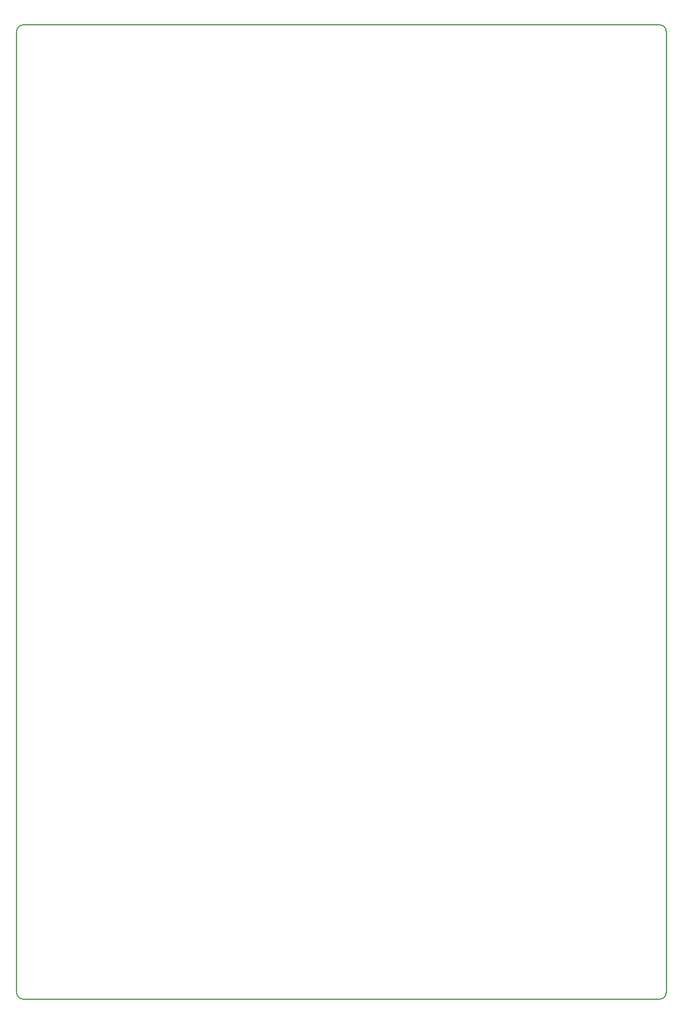
<source format=gko>
G04 DipTrace 3.0.0.1*
G04 relayboard.GKO*
%MOIN*%
G04 #@! TF.FileFunction,Profile*
G04 #@! TF.Part,Single*
%ADD11C,0.005512*%
%FSLAX26Y26*%
G04*
G70*
G90*
G75*
G01*
G04 BoardOutline*
%LPD*%
X39370Y0D2*
D11*
X3897638D1*
G03X3937008Y39370I-1J39371D01*
G01*
Y5866142D1*
G03X3897638Y5905512I-39371J-1D01*
G01*
X39370D1*
G03X0Y5866142I1J-39371D01*
G01*
Y39370D1*
G03X39370Y0I39371J1D01*
G01*
M02*

</source>
